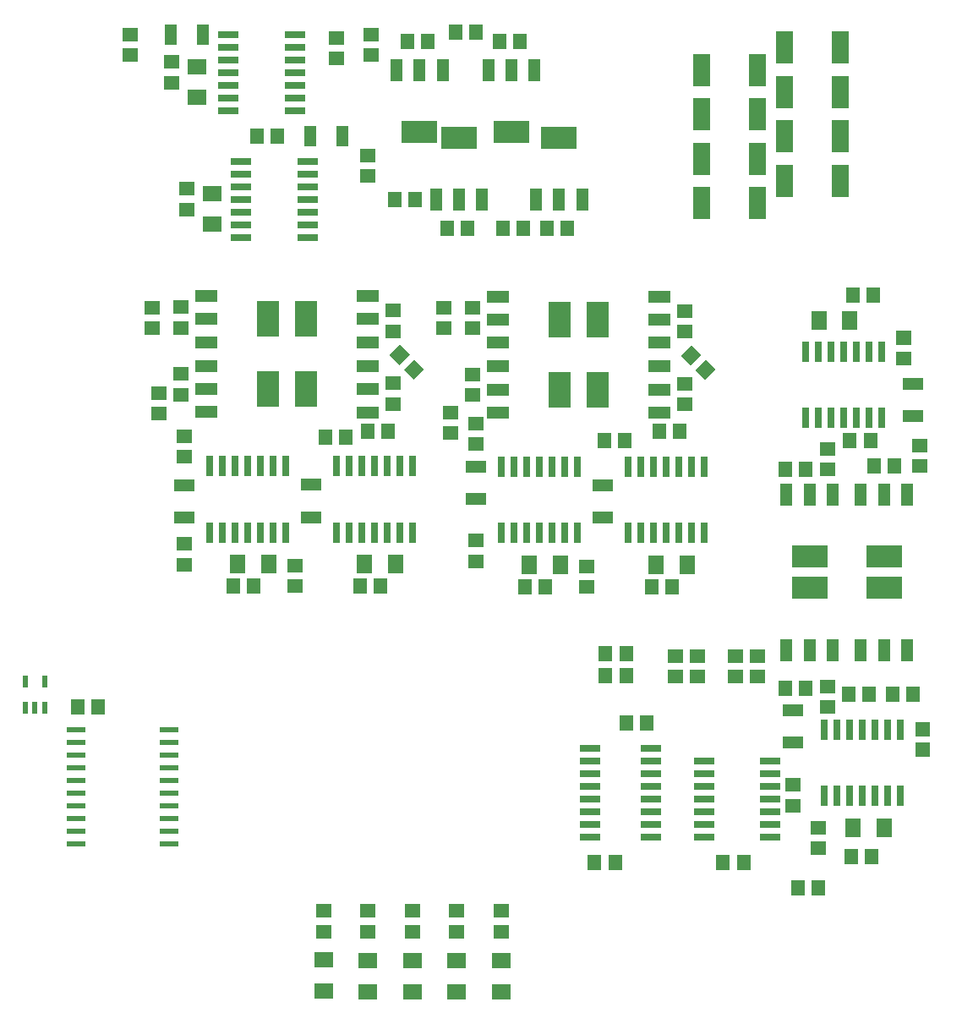
<source format=gtp>
G04 MADE WITH FRITZING*
G04 WWW.FRITZING.ORG*
G04 DOUBLE SIDED*
G04 HOLES PLATED*
G04 CONTOUR ON CENTER OF CONTOUR VECTOR*
%ASAXBY*%
%FSLAX23Y23*%
%MOIN*%
%OFA0B0*%
%SFA1.0B1.0*%
%ADD10R,0.026000X0.080000*%
%ADD11R,0.021654X0.047244*%
%ADD12R,0.055118X0.059055*%
%ADD13R,0.075197X0.024016*%
%ADD14R,0.080000X0.026000*%
%ADD15R,0.059055X0.055118*%
%ADD16R,0.078736X0.049208*%
%ADD17R,0.078736X0.049222*%
%ADD18R,0.062992X0.074803*%
%ADD19R,0.088000X0.048000*%
%ADD20R,0.086614X0.141732*%
%ADD21R,0.048000X0.088000*%
%ADD22R,0.141732X0.086614*%
%ADD23R,0.074803X0.062992*%
%ADD24R,0.049208X0.078736*%
%ADD25R,0.049222X0.078736*%
%ADD26R,0.070866X0.125984*%
%LNPASTEMASK1*%
G90*
G70*
G54D10*
X3621Y2598D03*
X3571Y2598D03*
X3521Y2598D03*
X3471Y2598D03*
X3421Y2598D03*
X3371Y2598D03*
X3321Y2598D03*
X3321Y2337D03*
X3371Y2337D03*
X3421Y2337D03*
X3471Y2337D03*
X3521Y2337D03*
X3571Y2337D03*
X3621Y2337D03*
G54D11*
X246Y1196D03*
X283Y1196D03*
X321Y1196D03*
X321Y1298D03*
X246Y1298D03*
G54D12*
X533Y1198D03*
X453Y1198D03*
X2570Y585D03*
X2489Y585D03*
G54D13*
X446Y1110D03*
X812Y1110D03*
X446Y1060D03*
X812Y1060D03*
X446Y1010D03*
X812Y1010D03*
X446Y960D03*
X812Y960D03*
X446Y910D03*
X812Y910D03*
X446Y860D03*
X812Y860D03*
X446Y810D03*
X812Y810D03*
X446Y760D03*
X812Y760D03*
X446Y710D03*
X812Y710D03*
X446Y660D03*
X812Y660D03*
G54D10*
X2621Y1884D03*
X2671Y1884D03*
X2721Y1884D03*
X2771Y1884D03*
X2821Y1884D03*
X2871Y1884D03*
X2921Y1884D03*
X2921Y2145D03*
X2871Y2145D03*
X2821Y2145D03*
X2771Y2145D03*
X2721Y2145D03*
X2671Y2145D03*
X2621Y2145D03*
X3396Y848D03*
X3446Y848D03*
X3496Y848D03*
X3546Y848D03*
X3596Y848D03*
X3646Y848D03*
X3696Y848D03*
X3696Y1109D03*
X3646Y1109D03*
X3596Y1109D03*
X3546Y1109D03*
X3496Y1109D03*
X3446Y1109D03*
X3396Y1109D03*
X2121Y1884D03*
X2171Y1884D03*
X2221Y1884D03*
X2271Y1884D03*
X2321Y1884D03*
X2371Y1884D03*
X2421Y1884D03*
X2421Y2145D03*
X2371Y2145D03*
X2321Y2145D03*
X2271Y2145D03*
X2221Y2145D03*
X2171Y2145D03*
X2121Y2145D03*
G54D14*
X2920Y985D03*
X2920Y935D03*
X2920Y885D03*
X2920Y835D03*
X2920Y785D03*
X2920Y735D03*
X2920Y685D03*
X3181Y685D03*
X3181Y735D03*
X3181Y785D03*
X3181Y835D03*
X3181Y885D03*
X3181Y935D03*
X3181Y985D03*
X2470Y1035D03*
X2470Y985D03*
X2470Y935D03*
X2470Y885D03*
X2470Y835D03*
X2470Y785D03*
X2470Y735D03*
X2470Y685D03*
X2712Y685D03*
X2712Y735D03*
X2712Y785D03*
X2712Y835D03*
X2712Y885D03*
X2712Y935D03*
X2712Y985D03*
X2712Y1035D03*
G54D12*
X2745Y2284D03*
X2826Y2284D03*
G54D15*
X3408Y1198D03*
X3408Y1279D03*
X1921Y2360D03*
X1921Y2280D03*
X3408Y2135D03*
X3408Y2216D03*
X2845Y2472D03*
X2845Y2391D03*
G54D12*
X3571Y1248D03*
X3490Y1248D03*
G54D15*
X2008Y2509D03*
X2008Y2428D03*
G54D12*
X3321Y2135D03*
X3240Y2135D03*
G54D15*
X1896Y2773D03*
X1896Y2692D03*
X3771Y2148D03*
X3771Y2229D03*
X2845Y2759D03*
X2845Y2678D03*
G54D12*
X3746Y1248D03*
X3665Y1248D03*
G54D16*
X2520Y2071D03*
G54D17*
X2520Y1944D03*
G54D16*
X3271Y1185D03*
G54D17*
X3271Y1057D03*
G54D15*
X2008Y2772D03*
X2008Y2691D03*
G54D12*
X3671Y2148D03*
X3590Y2148D03*
G54D16*
X2020Y2146D03*
G54D17*
X2020Y2019D03*
G54D16*
X3746Y2345D03*
G54D17*
X3746Y2473D03*
G54D12*
X2795Y1671D03*
X2715Y1671D03*
X3583Y610D03*
X3503Y610D03*
X2295Y1671D03*
X2215Y1671D03*
X3508Y2823D03*
X3589Y2823D03*
G54D15*
X2457Y1672D03*
X2457Y1753D03*
X3271Y810D03*
X3271Y891D03*
X2021Y1773D03*
X2021Y1854D03*
G54D18*
X2733Y1759D03*
X2855Y1759D03*
X3508Y723D03*
X3630Y723D03*
X2233Y1759D03*
X2355Y1759D03*
X3496Y2723D03*
X3374Y2723D03*
G54D12*
X2608Y2248D03*
X2528Y2248D03*
X3321Y1273D03*
X3240Y1273D03*
G54D15*
X2021Y2235D03*
X2021Y2316D03*
G54D12*
X3577Y2248D03*
X3496Y2248D03*
G54D19*
X2745Y2634D03*
X2745Y2725D03*
X2745Y2816D03*
G54D20*
X2501Y2725D03*
G54D21*
X3539Y1423D03*
X3630Y1423D03*
X3721Y1423D03*
G54D22*
X3630Y1667D03*
G54D19*
X2745Y2359D03*
X2745Y2450D03*
X2745Y2541D03*
G54D20*
X2501Y2450D03*
G54D21*
X3246Y1423D03*
X3337Y1423D03*
X3428Y1423D03*
G54D22*
X3337Y1667D03*
G54D19*
X2108Y2816D03*
X2108Y2725D03*
X2108Y2634D03*
G54D20*
X2352Y2725D03*
G54D21*
X3721Y2035D03*
X3630Y2035D03*
X3539Y2035D03*
G54D22*
X3630Y1791D03*
G54D19*
X2108Y2541D03*
X2108Y2450D03*
X2108Y2359D03*
G54D20*
X2352Y2450D03*
G54D21*
X3428Y2035D03*
X3337Y2035D03*
X3246Y2035D03*
G54D22*
X3337Y1791D03*
G54D15*
X3133Y1398D03*
X3133Y1317D03*
G54D12*
X3371Y485D03*
X3290Y485D03*
G54D15*
X3046Y1398D03*
X3046Y1317D03*
X3371Y723D03*
X3371Y642D03*
G54D23*
X2121Y76D03*
X2121Y198D03*
X1946Y76D03*
X1946Y198D03*
X1771Y76D03*
X1771Y198D03*
X1596Y76D03*
X1596Y198D03*
X1421Y79D03*
X1421Y201D03*
G54D15*
X2121Y313D03*
X2121Y394D03*
X1946Y313D03*
X1946Y394D03*
X1771Y313D03*
X1771Y394D03*
X1596Y313D03*
X1596Y394D03*
X1421Y313D03*
X1421Y394D03*
G54D12*
X2996Y585D03*
X3077Y585D03*
X2695Y1135D03*
X2614Y1135D03*
X2533Y1410D03*
X2614Y1410D03*
G54D15*
X2896Y1398D03*
X2896Y1317D03*
G54D12*
X2533Y1323D03*
X2614Y1323D03*
G54D15*
X2808Y1398D03*
X2808Y1317D03*
G54D10*
X1470Y1886D03*
X1520Y1886D03*
X1570Y1886D03*
X1620Y1886D03*
X1670Y1886D03*
X1720Y1886D03*
X1770Y1886D03*
X1770Y2147D03*
X1720Y2147D03*
X1670Y2147D03*
X1620Y2147D03*
X1570Y2147D03*
X1520Y2147D03*
X1470Y2147D03*
G54D14*
X1096Y3348D03*
X1096Y3298D03*
X1096Y3248D03*
X1096Y3198D03*
X1096Y3148D03*
X1096Y3098D03*
X1096Y3048D03*
X1357Y3048D03*
X1357Y3098D03*
X1357Y3148D03*
X1357Y3198D03*
X1357Y3248D03*
X1357Y3298D03*
X1357Y3348D03*
X1046Y3848D03*
X1046Y3798D03*
X1046Y3748D03*
X1046Y3698D03*
X1046Y3648D03*
X1046Y3598D03*
X1046Y3548D03*
X1307Y3548D03*
X1307Y3598D03*
X1307Y3648D03*
X1307Y3698D03*
X1307Y3748D03*
X1307Y3798D03*
X1307Y3848D03*
G54D10*
X970Y1886D03*
X1020Y1886D03*
X1070Y1886D03*
X1120Y1886D03*
X1170Y1886D03*
X1220Y1886D03*
X1270Y1886D03*
X1270Y2147D03*
X1220Y2147D03*
X1170Y2147D03*
X1120Y2147D03*
X1070Y2147D03*
X1020Y2147D03*
X970Y2147D03*
G54D12*
X1595Y2286D03*
X1676Y2286D03*
G54D15*
X771Y2435D03*
X771Y2355D03*
X1695Y2474D03*
X1695Y2393D03*
X857Y2511D03*
X857Y2430D03*
G54D12*
X1783Y3198D03*
X1703Y3198D03*
X2208Y3085D03*
X2128Y3085D03*
G54D15*
X1608Y3848D03*
X1608Y3767D03*
G54D12*
X2021Y3860D03*
X1940Y3860D03*
G54D15*
X746Y2773D03*
X746Y2692D03*
X1695Y2761D03*
X1695Y2680D03*
G54D16*
X1370Y2074D03*
G54D17*
X1370Y1946D03*
G54D12*
X1833Y3823D03*
X1753Y3823D03*
X2383Y3085D03*
X2303Y3085D03*
X1989Y3085D03*
X1908Y3085D03*
X2196Y3823D03*
X2115Y3823D03*
G54D15*
X857Y2774D03*
X857Y2693D03*
G54D24*
X1496Y3448D03*
G54D25*
X1368Y3448D03*
G54D24*
X946Y3848D03*
G54D25*
X818Y3848D03*
G54D16*
X871Y2073D03*
G54D17*
X871Y1945D03*
G54D12*
X1645Y1674D03*
X1564Y1674D03*
G54D15*
X883Y3160D03*
X883Y3241D03*
X821Y3660D03*
X821Y3741D03*
G54D12*
X1145Y1674D03*
X1064Y1674D03*
G54D15*
X1307Y1674D03*
X1307Y1755D03*
G54D12*
X1158Y3448D03*
X1239Y3448D03*
G54D15*
X658Y3848D03*
X658Y3767D03*
X871Y1760D03*
X871Y1841D03*
G54D18*
X1582Y1761D03*
X1705Y1761D03*
G54D23*
X983Y3223D03*
X983Y3101D03*
X921Y3723D03*
X921Y3601D03*
G54D18*
X1082Y1761D03*
X1205Y1761D03*
G54D12*
X1507Y2261D03*
X1427Y2261D03*
G54D15*
X1471Y3835D03*
X1471Y3755D03*
X1596Y3373D03*
X1596Y3292D03*
X871Y2185D03*
X871Y2266D03*
G54D19*
X1595Y2636D03*
X1595Y2727D03*
X1595Y2818D03*
G54D20*
X1351Y2727D03*
G54D19*
X1596Y2360D03*
X1596Y2451D03*
X1596Y2542D03*
G54D20*
X1352Y2451D03*
G54D21*
X2253Y3710D03*
X2162Y3710D03*
X2071Y3710D03*
G54D22*
X2162Y3466D03*
G54D19*
X957Y2818D03*
X957Y2727D03*
X957Y2636D03*
G54D20*
X1201Y2727D03*
G54D21*
X1864Y3198D03*
X1955Y3198D03*
X2046Y3198D03*
G54D22*
X1955Y3442D03*
G54D21*
X2258Y3198D03*
X2349Y3198D03*
X2440Y3198D03*
G54D22*
X2349Y3442D03*
G54D21*
X1890Y3710D03*
X1799Y3710D03*
X1708Y3710D03*
G54D22*
X1799Y3466D03*
G54D19*
X957Y2543D03*
X957Y2452D03*
X957Y2361D03*
G54D20*
X1201Y2452D03*
G54D26*
X3133Y3185D03*
X2913Y3185D03*
X3458Y3273D03*
X3238Y3273D03*
X3133Y3360D03*
X2913Y3360D03*
X3458Y3448D03*
X3238Y3448D03*
X3133Y3535D03*
X2913Y3535D03*
X3458Y3623D03*
X3238Y3623D03*
X3133Y3710D03*
X2913Y3710D03*
X3458Y3798D03*
X3238Y3798D03*
G36*
X2911Y2585D02*
X2869Y2544D01*
X2830Y2583D01*
X2872Y2624D01*
X2911Y2585D01*
G37*
D02*
G36*
X2968Y2528D02*
X2926Y2487D01*
X2887Y2526D01*
X2929Y2567D01*
X2968Y2528D01*
G37*
D02*
G36*
X3813Y1083D02*
X3754Y1083D01*
X3754Y1138D01*
X3813Y1138D01*
X3813Y1083D01*
G37*
D02*
G36*
X3813Y1002D02*
X3754Y1002D01*
X3754Y1057D01*
X3813Y1057D01*
X3813Y1002D01*
G37*
D02*
G36*
X3738Y2626D02*
X3679Y2626D01*
X3679Y2681D01*
X3738Y2681D01*
X3738Y2626D01*
G37*
D02*
G36*
X3738Y2545D02*
X3679Y2545D01*
X3679Y2600D01*
X3738Y2600D01*
X3738Y2545D01*
G37*
D02*
G36*
X1760Y2588D02*
X1719Y2546D01*
X1680Y2585D01*
X1721Y2627D01*
X1760Y2588D01*
G37*
D02*
G36*
X1817Y2530D02*
X1776Y2489D01*
X1737Y2528D01*
X1778Y2569D01*
X1817Y2530D01*
G37*
D02*
G04 End of PasteMask1*
M02*
</source>
